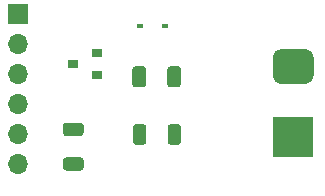
<source format=gts>
G04 #@! TF.GenerationSoftware,KiCad,Pcbnew,5.1.12-84ad8e8a86~92~ubuntu20.04.1*
G04 #@! TF.CreationDate,2022-01-29T12:50:19-06:00*
G04 #@! TF.ProjectId,TICK_AC,5449434b-5f41-4432-9e6b-696361645f70,rev?*
G04 #@! TF.SameCoordinates,Original*
G04 #@! TF.FileFunction,Soldermask,Top*
G04 #@! TF.FilePolarity,Negative*
%FSLAX46Y46*%
G04 Gerber Fmt 4.6, Leading zero omitted, Abs format (unit mm)*
G04 Created by KiCad (PCBNEW 5.1.12-84ad8e8a86~92~ubuntu20.04.1) date 2022-01-29 12:50:19*
%MOMM*%
%LPD*%
G01*
G04 APERTURE LIST*
%ADD10R,0.600000X0.450000*%
%ADD11R,3.500000X3.500000*%
%ADD12R,0.900000X0.800000*%
%ADD13O,1.700000X1.700000*%
%ADD14R,1.700000X1.700000*%
G04 APERTURE END LIST*
D10*
X141410400Y-98450400D03*
X139310400Y-98450400D03*
G36*
G01*
X151273000Y-100348400D02*
X153273000Y-100348400D01*
G75*
G02*
X154023000Y-101098400I0J-750000D01*
G01*
X154023000Y-102598400D01*
G75*
G02*
X153273000Y-103348400I-750000J0D01*
G01*
X151273000Y-103348400D01*
G75*
G02*
X150523000Y-102598400I0J750000D01*
G01*
X150523000Y-101098400D01*
G75*
G02*
X151273000Y-100348400I750000J0D01*
G01*
G37*
D11*
X152273000Y-107848400D03*
G36*
G01*
X133029799Y-109535800D02*
X134279801Y-109535800D01*
G75*
G02*
X134529800Y-109785799I0J-249999D01*
G01*
X134529800Y-110410801D01*
G75*
G02*
X134279801Y-110660800I-249999J0D01*
G01*
X133029799Y-110660800D01*
G75*
G02*
X132779800Y-110410801I0J249999D01*
G01*
X132779800Y-109785799D01*
G75*
G02*
X133029799Y-109535800I249999J0D01*
G01*
G37*
G36*
G01*
X133029799Y-106610800D02*
X134279801Y-106610800D01*
G75*
G02*
X134529800Y-106860799I0J-249999D01*
G01*
X134529800Y-107485801D01*
G75*
G02*
X134279801Y-107735800I-249999J0D01*
G01*
X133029799Y-107735800D01*
G75*
G02*
X132779800Y-107485801I0J249999D01*
G01*
X132779800Y-106860799D01*
G75*
G02*
X133029799Y-106610800I249999J0D01*
G01*
G37*
D12*
X133645400Y-101650800D03*
X135645400Y-100700800D03*
X135645400Y-102600800D03*
G36*
G01*
X138716400Y-108219401D02*
X138716400Y-106969399D01*
G75*
G02*
X138966399Y-106719400I249999J0D01*
G01*
X139591401Y-106719400D01*
G75*
G02*
X139841400Y-106969399I0J-249999D01*
G01*
X139841400Y-108219401D01*
G75*
G02*
X139591401Y-108469400I-249999J0D01*
G01*
X138966399Y-108469400D01*
G75*
G02*
X138716400Y-108219401I0J249999D01*
G01*
G37*
G36*
G01*
X141641400Y-108219401D02*
X141641400Y-106969399D01*
G75*
G02*
X141891399Y-106719400I249999J0D01*
G01*
X142516401Y-106719400D01*
G75*
G02*
X142766400Y-106969399I0J-249999D01*
G01*
X142766400Y-108219401D01*
G75*
G02*
X142516401Y-108469400I-249999J0D01*
G01*
X141891399Y-108469400D01*
G75*
G02*
X141641400Y-108219401I0J249999D01*
G01*
G37*
D13*
X128955800Y-110134400D03*
X128955800Y-107594400D03*
X128955800Y-105054400D03*
X128955800Y-102514400D03*
X128955800Y-99974400D03*
D14*
X128955800Y-97434400D03*
G36*
G01*
X141616000Y-103367601D02*
X141616000Y-102067599D01*
G75*
G02*
X141865999Y-101817600I249999J0D01*
G01*
X142516001Y-101817600D01*
G75*
G02*
X142766000Y-102067599I0J-249999D01*
G01*
X142766000Y-103367601D01*
G75*
G02*
X142516001Y-103617600I-249999J0D01*
G01*
X141865999Y-103617600D01*
G75*
G02*
X141616000Y-103367601I0J249999D01*
G01*
G37*
G36*
G01*
X138666000Y-103367601D02*
X138666000Y-102067599D01*
G75*
G02*
X138915999Y-101817600I249999J0D01*
G01*
X139566001Y-101817600D01*
G75*
G02*
X139816000Y-102067599I0J-249999D01*
G01*
X139816000Y-103367601D01*
G75*
G02*
X139566001Y-103617600I-249999J0D01*
G01*
X138915999Y-103617600D01*
G75*
G02*
X138666000Y-103367601I0J249999D01*
G01*
G37*
M02*

</source>
